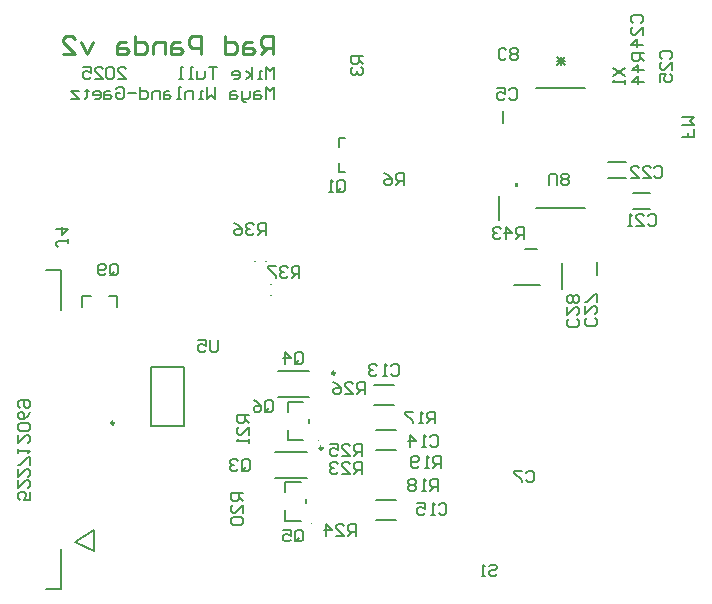
<source format=gbr>
%TF.GenerationSoftware,Altium Limited,Altium Designer,25.7.1 (20)*%
G04 Layer_Color=32896*
%FSLAX45Y45*%
%MOMM*%
%TF.SameCoordinates,C331EA04-0F80-4B25-860E-1567A5D6E8FC*%
%TF.FilePolarity,Positive*%
%TF.FileFunction,Legend,Bot*%
%TF.Part,Single*%
G01*
G75*
%TA.AperFunction,NonConductor*%
%ADD73C,0.25000*%
%ADD74C,0.25400*%
%ADD75C,0.20000*%
%ADD77C,0.15240*%
%ADD78C,0.17000*%
%ADD79C,0.12500*%
%ADD80C,0.12700*%
G36*
X4329738Y3636968D02*
X4304338D01*
Y3598868D01*
X4329738D01*
Y3636968D01*
D02*
G37*
D73*
X2675000Y1390000D02*
G03*
X2675000Y1390000I-12500J0D01*
G01*
X2782500Y2025000D02*
G03*
X2782500Y2025000I-12500J0D01*
G01*
X912190Y1602500D02*
G03*
X912190Y1602500I-12500J0D01*
G01*
D74*
X2254600Y4725400D02*
Y4877751D01*
X2178425D01*
X2153033Y4852359D01*
Y4801575D01*
X2178425Y4776183D01*
X2254600D01*
X2203817D02*
X2153033Y4725400D01*
X2076858Y4826967D02*
X2026074D01*
X2000682Y4801575D01*
Y4725400D01*
X2076858D01*
X2102250Y4750792D01*
X2076858Y4776183D01*
X2000682D01*
X1848332Y4877751D02*
Y4725400D01*
X1924507D01*
X1949899Y4750792D01*
Y4801575D01*
X1924507Y4826967D01*
X1848332D01*
X1645197Y4725400D02*
Y4877751D01*
X1569022D01*
X1543630Y4852359D01*
Y4801575D01*
X1569022Y4776183D01*
X1645197D01*
X1467455Y4826967D02*
X1416671D01*
X1391279Y4801575D01*
Y4725400D01*
X1467455D01*
X1492847Y4750792D01*
X1467455Y4776183D01*
X1391279D01*
X1340496Y4725400D02*
Y4826967D01*
X1264321D01*
X1238929Y4801575D01*
Y4725400D01*
X1086578Y4877751D02*
Y4725400D01*
X1162753D01*
X1188145Y4750792D01*
Y4801575D01*
X1162753Y4826967D01*
X1086578D01*
X1010403D02*
X959619D01*
X934227Y4801575D01*
Y4725400D01*
X1010403D01*
X1035794Y4750792D01*
X1010403Y4776183D01*
X934227D01*
X731093Y4826967D02*
X680310Y4725400D01*
X629526Y4826967D01*
X477175Y4725400D02*
X578742D01*
X477175Y4826967D01*
Y4852359D01*
X502567Y4877751D01*
X553350D01*
X578742Y4852359D01*
D75*
X5002500Y2857500D02*
Y2962500D01*
X4702500Y2740000D02*
Y2960000D01*
X4300533Y2771734D02*
X4520533D01*
X4387500Y3072500D02*
X4492500D01*
X4205418Y4140417D02*
Y4245417D01*
X4170418Y3322311D02*
Y3523524D01*
X5094294Y3674294D02*
X5241541D01*
X5094294Y3811541D02*
X5241541D01*
X2812500Y3725000D02*
X2864735D01*
X2812500Y3936842D02*
Y4015000D01*
Y3725000D02*
Y3803158D01*
Y4015000D02*
X2864735D01*
X2275000Y1360001D02*
X2545000D01*
X2275000Y1140001D02*
X2545000D01*
X2195000Y2972500D02*
Y2977500D01*
X2105000Y2972500D02*
Y2977500D01*
X2237500Y2780000D02*
X2242500D01*
X2237500Y2690000D02*
X2242500D01*
X5304294Y3416794D02*
X5451541D01*
X5304294Y3554041D02*
X5451541D01*
X2295000Y1820000D02*
X2565000D01*
X2295000Y2040000D02*
X2565000D01*
X3125000Y955000D02*
X3295000D01*
X3125000Y785000D02*
X3295000D01*
X3125000Y1375000D02*
X3295000D01*
X3125000Y1545000D02*
X3295000D01*
X3110000Y1925000D02*
X3280000D01*
X3110000Y1755000D02*
X3280000D01*
X940000Y2582500D02*
Y2680000D01*
X640000D02*
X712500D01*
X867500D02*
X940000D01*
X640000Y2582500D02*
Y2680000D01*
X1220233Y1580000D02*
X1499767D01*
Y2080000D01*
X1220233D02*
X1499767D01*
X1220233Y1580000D02*
Y2080000D01*
D77*
X4482138Y3427418D02*
X4898698D01*
X4482138Y4443418D02*
X4898698D01*
X462500Y200003D02*
Y538252D01*
Y2561752D02*
Y2899997D01*
X334250Y200003D02*
X462500D01*
X334250Y2899997D02*
X462500D01*
X582920Y593703D02*
X740400Y517503D01*
X582920Y593703D02*
X740400Y695303D01*
Y517503D02*
Y695303D01*
D78*
X2263000Y4517000D02*
Y4616967D01*
X2229678Y4583645D01*
X2196355Y4616967D01*
Y4517000D01*
X2163033D02*
X2129710D01*
X2146371D01*
Y4583645D01*
X2163033D01*
X2079726Y4517000D02*
Y4616967D01*
Y4550322D02*
X2029742Y4583645D01*
X2079726Y4550322D02*
X2029742Y4517000D01*
X1929774D02*
X1963097D01*
X1979758Y4533661D01*
Y4566983D01*
X1963097Y4583645D01*
X1929774D01*
X1913113Y4566983D01*
Y4550322D01*
X1979758D01*
X1779823Y4616967D02*
X1713178D01*
X1746500D01*
Y4517000D01*
X1679855Y4583645D02*
Y4533661D01*
X1663194Y4517000D01*
X1613210D01*
Y4583645D01*
X1579887Y4517000D02*
X1546565D01*
X1563226D01*
Y4616967D01*
X1579887D01*
X1496581Y4517000D02*
X1463258D01*
X1479919D01*
Y4616967D01*
X1496581D01*
X946758Y4517000D02*
X1013403D01*
X946758Y4583645D01*
Y4600306D01*
X963419Y4616967D01*
X996742D01*
X1013403Y4600306D01*
X913435D02*
X896774Y4616967D01*
X863451D01*
X846790Y4600306D01*
Y4533661D01*
X863451Y4517000D01*
X896774D01*
X913435Y4533661D01*
Y4600306D01*
X746822Y4517000D02*
X813468D01*
X746822Y4583645D01*
Y4600306D01*
X763484Y4616967D01*
X796806D01*
X813468Y4600306D01*
X646855Y4616967D02*
X713500D01*
Y4566983D01*
X680177Y4583645D01*
X663516D01*
X646855Y4566983D01*
Y4533661D01*
X663516Y4517000D01*
X696838D01*
X713500Y4533661D01*
X2263000Y4350322D02*
Y4450290D01*
X2229678Y4416967D01*
X2196355Y4450290D01*
Y4350322D01*
X2146371Y4416967D02*
X2113049D01*
X2096387Y4400306D01*
Y4350322D01*
X2146371D01*
X2163033Y4366984D01*
X2146371Y4383645D01*
X2096387D01*
X2063065Y4416967D02*
Y4366984D01*
X2046403Y4350322D01*
X1996420D01*
Y4333661D01*
X2013081Y4317000D01*
X2029742D01*
X1996420Y4350322D02*
Y4416967D01*
X1946436D02*
X1913113D01*
X1896452Y4400306D01*
Y4350322D01*
X1946436D01*
X1963097Y4366984D01*
X1946436Y4383645D01*
X1896452D01*
X1763161Y4450290D02*
Y4350322D01*
X1729839Y4383645D01*
X1696516Y4350322D01*
Y4450290D01*
X1663194Y4350322D02*
X1629871D01*
X1646532D01*
Y4416967D01*
X1663194D01*
X1579887Y4350322D02*
Y4416967D01*
X1529903D01*
X1513242Y4400306D01*
Y4350322D01*
X1479919D02*
X1446597D01*
X1463258D01*
Y4450290D01*
X1479919D01*
X1379952Y4416967D02*
X1346629D01*
X1329968Y4400306D01*
Y4350322D01*
X1379952D01*
X1396613Y4366984D01*
X1379952Y4383645D01*
X1329968D01*
X1296645Y4350322D02*
Y4416967D01*
X1246661D01*
X1230000Y4400306D01*
Y4350322D01*
X1130032Y4450290D02*
Y4350322D01*
X1180016D01*
X1196677Y4366984D01*
Y4400306D01*
X1180016Y4416967D01*
X1130032D01*
X1096710Y4400306D02*
X1030064D01*
X930097Y4433629D02*
X946758Y4450290D01*
X980080D01*
X996742Y4433629D01*
Y4366984D01*
X980080Y4350322D01*
X946758D01*
X930097Y4366984D01*
Y4400306D01*
X963419D01*
X880113Y4416967D02*
X846790D01*
X830129Y4400306D01*
Y4350322D01*
X880113D01*
X896774Y4366984D01*
X880113Y4383645D01*
X830129D01*
X746822Y4350322D02*
X780145D01*
X796806Y4366984D01*
Y4400306D01*
X780145Y4416967D01*
X746822D01*
X730161Y4400306D01*
Y4383645D01*
X796806D01*
X680177Y4433629D02*
Y4416967D01*
X696838D01*
X663516D01*
X680177D01*
Y4366984D01*
X663516Y4350322D01*
X613532Y4416967D02*
X546887D01*
X613532Y4350322D01*
X546887D01*
X5822484Y4090838D02*
Y4024193D01*
X5772500D01*
Y4057516D01*
Y4024193D01*
X5722516D01*
Y4124161D02*
X5822484D01*
X5789161Y4157484D01*
X5822484Y4190806D01*
X5722516D01*
X4983322Y2493354D02*
X4999984Y2476693D01*
Y2443371D01*
X4983322Y2426709D01*
X4916677D01*
X4900016Y2443371D01*
Y2476693D01*
X4916677Y2493354D01*
X4900016Y2593322D02*
Y2526677D01*
X4966661Y2593322D01*
X4983322D01*
X4999984Y2576661D01*
Y2543339D01*
X4983322Y2526677D01*
X4999984Y2626645D02*
Y2693290D01*
X4983322D01*
X4916677Y2626645D01*
X4900016D01*
X4833323Y2483354D02*
X4849984Y2466693D01*
Y2433371D01*
X4833323Y2416709D01*
X4766678D01*
X4750016Y2433371D01*
Y2466693D01*
X4766678Y2483354D01*
X4750016Y2583322D02*
Y2516677D01*
X4816661Y2583322D01*
X4833323D01*
X4849984Y2566661D01*
Y2533338D01*
X4833323Y2516677D01*
Y2616645D02*
X4849984Y2633306D01*
Y2666629D01*
X4833323Y2683290D01*
X4816661D01*
X4800000Y2666629D01*
X4783339Y2683290D01*
X4766678D01*
X4750016Y2666629D01*
Y2633306D01*
X4766678Y2616645D01*
X4783339D01*
X4800000Y2633306D01*
X4816661Y2616645D01*
X4833323D01*
X4800000Y2633306D02*
Y2666629D01*
X4233340Y4696677D02*
X4216679Y4680016D01*
X4183356D01*
X4166695Y4696677D01*
Y4763322D01*
X4183356Y4779984D01*
X4216679D01*
X4233340Y4763322D01*
X4266663Y4696677D02*
X4283324Y4680016D01*
X4316646D01*
X4333308Y4696677D01*
Y4713339D01*
X4316646Y4730000D01*
X4333308Y4746661D01*
Y4763322D01*
X4316646Y4779984D01*
X4283324D01*
X4266663Y4763322D01*
Y4746661D01*
X4283324Y4730000D01*
X4266663Y4713339D01*
Y4696677D01*
X4283324Y4730000D02*
X4316646D01*
X4592111Y3615433D02*
Y3698740D01*
X4608773Y3715401D01*
X4642095D01*
X4658756Y3698740D01*
Y3615433D01*
X4692079Y3632095D02*
X4708740Y3615433D01*
X4742063D01*
X4758724Y3632095D01*
Y3648756D01*
X4742063Y3665417D01*
X4758724Y3682078D01*
Y3698740D01*
X4742063Y3715401D01*
X4708740D01*
X4692079Y3698740D01*
Y3682078D01*
X4708740Y3665417D01*
X4692079Y3648756D01*
Y3632095D01*
X4708740Y3665417D02*
X4742063D01*
X4725418Y4698724D02*
X4658773Y4632079D01*
X4725418D02*
X4658773Y4698724D01*
X4725418Y4665401D02*
X4658773D01*
X4692095Y4632079D02*
Y4698724D01*
X4396660Y1183323D02*
X4413321Y1199984D01*
X4446644D01*
X4463305Y1183323D01*
Y1116677D01*
X4446644Y1100016D01*
X4413321D01*
X4396660Y1116677D01*
X4363337Y1199984D02*
X4296692D01*
Y1183323D01*
X4363337Y1116677D01*
Y1100016D01*
X5137516Y4606645D02*
X5237484Y4540000D01*
X5137516D02*
X5237484Y4606645D01*
Y4506677D02*
Y4473355D01*
Y4490016D01*
X5137516D01*
X5154177Y4506677D01*
X4256435Y4424166D02*
X4273096Y4440828D01*
X4306419D01*
X4323080Y4424166D01*
Y4357521D01*
X4306419Y4340860D01*
X4273096D01*
X4256435Y4357521D01*
X4156467Y4440828D02*
X4223112D01*
Y4390844D01*
X4189790Y4407505D01*
X4173128D01*
X4156467Y4390844D01*
Y4357521D01*
X4173128Y4340860D01*
X4206451D01*
X4223112Y4357521D01*
X4383290Y3160016D02*
Y3259984D01*
X4333306D01*
X4316645Y3243322D01*
Y3210000D01*
X4333306Y3193339D01*
X4383290D01*
X4349968D02*
X4316645Y3160016D01*
X4233338D02*
Y3259984D01*
X4283322Y3210000D01*
X4216677D01*
X4183355Y3243322D02*
X4166693Y3259984D01*
X4133371D01*
X4116710Y3243322D01*
Y3226661D01*
X4133371Y3210000D01*
X4150032D01*
X4133371D01*
X4116710Y3193339D01*
Y3176677D01*
X4133371Y3160016D01*
X4166693D01*
X4183355Y3176677D01*
X5304177Y4986645D02*
X5287516Y5003306D01*
Y5036629D01*
X5304177Y5053290D01*
X5370822D01*
X5387484Y5036629D01*
Y5003306D01*
X5370822Y4986645D01*
X5387484Y4886677D02*
Y4953322D01*
X5320839Y4886677D01*
X5304177D01*
X5287516Y4903338D01*
Y4936661D01*
X5304177Y4953322D01*
X5387484Y4803371D02*
X5287516D01*
X5337500Y4853355D01*
Y4786710D01*
X5554177Y4689145D02*
X5537516Y4705806D01*
Y4739129D01*
X5554177Y4755790D01*
X5620822D01*
X5637484Y4739129D01*
Y4705806D01*
X5620822Y4689145D01*
X5637484Y4589178D02*
Y4655823D01*
X5570839Y4589178D01*
X5554177D01*
X5537516Y4605839D01*
Y4639161D01*
X5554177Y4655823D01*
X5537516Y4489210D02*
Y4555855D01*
X5587500D01*
X5570839Y4522532D01*
Y4505871D01*
X5587500Y4489210D01*
X5620822D01*
X5637484Y4505871D01*
Y4539193D01*
X5620822Y4555855D01*
X5394984Y4738290D02*
X5295016D01*
Y4688306D01*
X5311677Y4671645D01*
X5345000D01*
X5361661Y4688306D01*
Y4738290D01*
Y4704968D02*
X5394984Y4671645D01*
Y4588339D02*
X5295016D01*
X5345000Y4638322D01*
Y4571677D01*
X5394984Y4488371D02*
X5295016D01*
X5345000Y4538355D01*
Y4471710D01*
X5429984Y3353322D02*
X5446645Y3369984D01*
X5479967D01*
X5496629Y3353322D01*
Y3286677D01*
X5479967Y3270016D01*
X5446645D01*
X5429984Y3286677D01*
X5330016Y3270016D02*
X5396661D01*
X5330016Y3336661D01*
Y3353322D01*
X5346677Y3369984D01*
X5380000D01*
X5396661Y3353322D01*
X5296693Y3270016D02*
X5263371D01*
X5280032D01*
Y3369984D01*
X5296693Y3353322D01*
X3019984Y4713306D02*
X2920016D01*
Y4663322D01*
X2936677Y4646661D01*
X2970000D01*
X2986661Y4663322D01*
Y4713306D01*
Y4679984D02*
X3019984Y4646661D01*
X2936677Y4613338D02*
X2920016Y4596677D01*
Y4563355D01*
X2936677Y4546693D01*
X2953339D01*
X2970000Y4563355D01*
Y4580016D01*
Y4563355D01*
X2986661Y4546693D01*
X3003322D01*
X3019984Y4563355D01*
Y4596677D01*
X3003322Y4613338D01*
X2800000Y3576677D02*
Y3643322D01*
X2816661Y3659984D01*
X2849984D01*
X2866645Y3643322D01*
Y3576677D01*
X2849984Y3560016D01*
X2816661D01*
X2833323Y3593339D02*
X2800000Y3560016D01*
X2816661D02*
X2800000Y3576677D01*
X2766677Y3560016D02*
X2733355D01*
X2750016D01*
Y3659984D01*
X2766677Y3643322D01*
X3363306Y3620016D02*
Y3719984D01*
X3313323D01*
X3296661Y3703323D01*
Y3670000D01*
X3313323Y3653339D01*
X3363306D01*
X3329984D02*
X3296661Y3620016D01*
X3196694Y3719984D02*
X3230016Y3703323D01*
X3263339Y3670000D01*
Y3636678D01*
X3246677Y3620016D01*
X3213355D01*
X3196694Y3636678D01*
Y3653339D01*
X3213355Y3670000D01*
X3263339D01*
X197468Y1016647D02*
Y950002D01*
X147484D01*
X164145Y983324D01*
Y999986D01*
X147484Y1016647D01*
X114161D01*
X97500Y999986D01*
Y966663D01*
X114161Y950002D01*
X97500Y1116614D02*
Y1049969D01*
X164145Y1116614D01*
X180806D01*
X197468Y1099953D01*
Y1066631D01*
X180806Y1049969D01*
X97500Y1216582D02*
Y1149937D01*
X164145Y1216582D01*
X180806D01*
X197468Y1199921D01*
Y1166599D01*
X180806Y1149937D01*
X197468Y1249905D02*
Y1316550D01*
X180806D01*
X114161Y1249905D01*
X97500D01*
Y1349873D02*
Y1383195D01*
Y1366534D01*
X197468D01*
X180806Y1349873D01*
X97500Y1499824D02*
Y1433179D01*
X164145Y1499824D01*
X180806D01*
X197468Y1483163D01*
Y1449841D01*
X180806Y1433179D01*
Y1533147D02*
X197468Y1549808D01*
Y1583131D01*
X180806Y1599792D01*
X114161D01*
X97500Y1583131D01*
Y1549808D01*
X114161Y1533147D01*
X180806D01*
X197468Y1699760D02*
X180806Y1666437D01*
X147484Y1633115D01*
X114161D01*
X97500Y1649776D01*
Y1683099D01*
X114161Y1699760D01*
X130822D01*
X147484Y1683099D01*
Y1633115D01*
X114161Y1733083D02*
X97500Y1749744D01*
Y1783067D01*
X114161Y1799728D01*
X180806D01*
X197468Y1783067D01*
Y1749744D01*
X180806Y1733083D01*
X164145D01*
X147484Y1749744D01*
Y1799728D01*
X5486645Y3763322D02*
X5503306Y3779984D01*
X5536629D01*
X5553290Y3763322D01*
Y3696677D01*
X5536629Y3680016D01*
X5503306D01*
X5486645Y3696677D01*
X5386678Y3680016D02*
X5453323D01*
X5386678Y3746661D01*
Y3763322D01*
X5403339Y3779984D01*
X5436661D01*
X5453323Y3763322D01*
X5286710Y3680016D02*
X5353355D01*
X5286710Y3746661D01*
Y3763322D01*
X5303371Y3779984D01*
X5336693D01*
X5353355Y3763322D01*
X3583315Y1483322D02*
X3599976Y1499984D01*
X3633298D01*
X3649960Y1483322D01*
Y1416677D01*
X3633298Y1400016D01*
X3599976D01*
X3583315Y1416677D01*
X3549992Y1400016D02*
X3516669D01*
X3533330D01*
Y1499984D01*
X3549992Y1483322D01*
X3416702Y1400016D02*
Y1499984D01*
X3466685Y1450000D01*
X3400040D01*
X875695Y2869081D02*
Y2935726D01*
X892356Y2952388D01*
X925679D01*
X942340Y2935726D01*
Y2869081D01*
X925679Y2852420D01*
X892356D01*
X909017Y2885743D02*
X875695Y2852420D01*
X892356D02*
X875695Y2869081D01*
X842372D02*
X825711Y2852420D01*
X792388D01*
X775727Y2869081D01*
Y2935726D01*
X792388Y2952388D01*
X825711D01*
X842372Y2935726D01*
Y2919065D01*
X825711Y2902404D01*
X775727D01*
X1788160Y2307228D02*
Y2223921D01*
X1771499Y2207260D01*
X1738176D01*
X1721515Y2223921D01*
Y2307228D01*
X1621547D02*
X1688192D01*
Y2257244D01*
X1654870Y2273905D01*
X1638208D01*
X1621547Y2257244D01*
Y2223921D01*
X1638208Y2207260D01*
X1671531D01*
X1688192Y2223921D01*
X4088795Y388106D02*
X4105456Y404768D01*
X4138779D01*
X4155440Y388106D01*
Y371445D01*
X4138779Y354784D01*
X4105456D01*
X4088795Y338123D01*
Y321461D01*
X4105456Y304800D01*
X4138779D01*
X4155440Y321461D01*
X4055472Y304800D02*
X4022150D01*
X4038811D01*
Y404768D01*
X4055472Y388106D01*
X2480790Y2832516D02*
Y2932484D01*
X2430806D01*
X2414145Y2915822D01*
Y2882500D01*
X2430806Y2865839D01*
X2480790D01*
X2447468D02*
X2414145Y2832516D01*
X2380823Y2915822D02*
X2364161Y2932484D01*
X2330839D01*
X2314177Y2915822D01*
Y2899161D01*
X2330839Y2882500D01*
X2347500D01*
X2330839D01*
X2314177Y2865839D01*
Y2849177D01*
X2330839Y2832516D01*
X2364161D01*
X2380823Y2849177D01*
X2280855Y2932484D02*
X2214210D01*
Y2915822D01*
X2280855Y2849177D01*
Y2832516D01*
X2197100Y3192780D02*
Y3292748D01*
X2147116D01*
X2130455Y3276086D01*
Y3242764D01*
X2147116Y3226103D01*
X2197100D01*
X2163777D02*
X2130455Y3192780D01*
X2097132Y3276086D02*
X2080471Y3292748D01*
X2047148D01*
X2030487Y3276086D01*
Y3259425D01*
X2047148Y3242764D01*
X2063810D01*
X2047148D01*
X2030487Y3226103D01*
Y3209441D01*
X2047148Y3192780D01*
X2080471D01*
X2097132Y3209441D01*
X1930519Y3292748D02*
X1963842Y3276086D01*
X1997164Y3242764D01*
Y3209441D01*
X1980503Y3192780D01*
X1947181D01*
X1930519Y3209441D01*
Y3226103D01*
X1947181Y3242764D01*
X1997164D01*
X3033290Y1850016D02*
Y1949984D01*
X2983306D01*
X2966645Y1933323D01*
Y1900000D01*
X2983306Y1883339D01*
X3033290D01*
X2999968D02*
X2966645Y1850016D01*
X2866678D02*
X2933323D01*
X2866678Y1916661D01*
Y1933323D01*
X2883339Y1949984D01*
X2916661D01*
X2933323Y1933323D01*
X2766710Y1949984D02*
X2800032Y1933323D01*
X2833355Y1900000D01*
Y1866677D01*
X2816693Y1850016D01*
X2783371D01*
X2766710Y1866677D01*
Y1883339D01*
X2783371Y1900000D01*
X2833355D01*
X3008290Y1325016D02*
Y1424984D01*
X2958307D01*
X2941645Y1408323D01*
Y1375000D01*
X2958307Y1358339D01*
X3008290D01*
X2974968D02*
X2941645Y1325016D01*
X2841678D02*
X2908323D01*
X2841678Y1391661D01*
Y1408323D01*
X2858339Y1424984D01*
X2891661D01*
X2908323Y1408323D01*
X2741710Y1424984D02*
X2808355D01*
Y1375000D01*
X2775032Y1391661D01*
X2758371D01*
X2741710Y1375000D01*
Y1341678D01*
X2758371Y1325016D01*
X2791693D01*
X2808355Y1341678D01*
X2958290Y650016D02*
Y749984D01*
X2908306D01*
X2891645Y733323D01*
Y700000D01*
X2908306Y683339D01*
X2958290D01*
X2924968D02*
X2891645Y650016D01*
X2791677D02*
X2858322D01*
X2791677Y716661D01*
Y733323D01*
X2808339Y749984D01*
X2841661D01*
X2858322Y733323D01*
X2708371Y650016D02*
Y749984D01*
X2758355Y700000D01*
X2691710D01*
X3008290Y1175016D02*
Y1274984D01*
X2958307D01*
X2941645Y1258323D01*
Y1225000D01*
X2958307Y1208339D01*
X3008290D01*
X2974968D02*
X2941645Y1175016D01*
X2841678D02*
X2908323D01*
X2841678Y1241661D01*
Y1258323D01*
X2858339Y1274984D01*
X2891661D01*
X2908323Y1258323D01*
X2808355D02*
X2791693Y1274984D01*
X2758371D01*
X2741710Y1258323D01*
Y1241661D01*
X2758371Y1225000D01*
X2775032D01*
X2758371D01*
X2741710Y1208339D01*
Y1191678D01*
X2758371Y1175016D01*
X2791693D01*
X2808355Y1191678D01*
X2049984Y1666629D02*
X1950016D01*
Y1616645D01*
X1966678Y1599984D01*
X2000000D01*
X2016661Y1616645D01*
Y1666629D01*
Y1633306D02*
X2049984Y1599984D01*
Y1500016D02*
Y1566661D01*
X1983339Y1500016D01*
X1966678D01*
X1950016Y1516677D01*
Y1550000D01*
X1966678Y1566661D01*
X2049984Y1466693D02*
Y1433371D01*
Y1450032D01*
X1950016D01*
X1966678Y1466693D01*
X1999984Y1008291D02*
X1900016D01*
Y958307D01*
X1916677Y941646D01*
X1950000D01*
X1966661Y958307D01*
Y1008291D01*
Y974968D02*
X1999984Y941646D01*
Y841678D02*
Y908323D01*
X1933339Y841678D01*
X1916677D01*
X1900016Y858339D01*
Y891661D01*
X1916677Y908323D01*
Y808355D02*
X1900016Y791694D01*
Y758371D01*
X1916677Y741710D01*
X1983322D01*
X1999984Y758371D01*
Y791694D01*
X1983322Y808355D01*
X1916677D01*
X3674960Y1225016D02*
Y1324984D01*
X3624976D01*
X3608315Y1308323D01*
Y1275000D01*
X3624976Y1258339D01*
X3674960D01*
X3641637D02*
X3608315Y1225016D01*
X3574992D02*
X3541669D01*
X3558330D01*
Y1324984D01*
X3574992Y1308323D01*
X3491685Y1241677D02*
X3475024Y1225016D01*
X3441702D01*
X3425040Y1241677D01*
Y1308323D01*
X3441702Y1324984D01*
X3475024D01*
X3491685Y1308323D01*
Y1291661D01*
X3475024Y1275000D01*
X3425040D01*
X3649960Y1025016D02*
Y1124984D01*
X3599976D01*
X3583315Y1108322D01*
Y1075000D01*
X3599976Y1058338D01*
X3649960D01*
X3616637D02*
X3583315Y1025016D01*
X3549992D02*
X3516669D01*
X3533330D01*
Y1124984D01*
X3549992Y1108322D01*
X3466685D02*
X3450024Y1124984D01*
X3416702D01*
X3400040Y1108322D01*
Y1091661D01*
X3416702Y1075000D01*
X3400040Y1058338D01*
Y1041677D01*
X3416702Y1025016D01*
X3450024D01*
X3466685Y1041677D01*
Y1058338D01*
X3450024Y1075000D01*
X3466685Y1091661D01*
Y1108322D01*
X3450024Y1075000D02*
X3416702D01*
X3624960Y1600016D02*
Y1699984D01*
X3574976D01*
X3558315Y1683323D01*
Y1650000D01*
X3574976Y1633339D01*
X3624960D01*
X3591637D02*
X3558315Y1600016D01*
X3524992D02*
X3491669D01*
X3508331D01*
Y1699984D01*
X3524992Y1683323D01*
X3441686Y1699984D02*
X3375040D01*
Y1683323D01*
X3441686Y1616677D01*
Y1600016D01*
X2191661Y1716678D02*
Y1783323D01*
X2208322Y1799984D01*
X2241645D01*
X2258306Y1783323D01*
Y1716678D01*
X2241645Y1700016D01*
X2208322D01*
X2224984Y1733339D02*
X2191661Y1700016D01*
X2208322D02*
X2191661Y1716678D01*
X2091694Y1799984D02*
X2125016Y1783323D01*
X2158339Y1750000D01*
Y1716678D01*
X2141677Y1700016D01*
X2108355D01*
X2091694Y1716678D01*
Y1733339D01*
X2108355Y1750000D01*
X2158339D01*
X2441661Y616677D02*
Y683322D01*
X2458322Y699984D01*
X2491645D01*
X2508306Y683322D01*
Y616677D01*
X2491645Y600016D01*
X2458322D01*
X2474984Y633339D02*
X2441661Y600016D01*
X2458322D02*
X2441661Y616677D01*
X2341694Y699984D02*
X2408339D01*
Y650000D01*
X2375016Y666661D01*
X2358355D01*
X2341694Y650000D01*
Y616677D01*
X2358355Y600016D01*
X2391677D01*
X2408339Y616677D01*
X2441661Y2116678D02*
Y2183323D01*
X2458322Y2199984D01*
X2491645D01*
X2508306Y2183323D01*
Y2116678D01*
X2491645Y2100016D01*
X2458322D01*
X2474984Y2133339D02*
X2441661Y2100016D01*
X2458322D02*
X2441661Y2116678D01*
X2358355Y2100016D02*
Y2199984D01*
X2408339Y2150000D01*
X2341694D01*
X1991661Y1216678D02*
Y1283323D01*
X2008323Y1299984D01*
X2041645D01*
X2058307Y1283323D01*
Y1216678D01*
X2041645Y1200016D01*
X2008323D01*
X2024984Y1233339D02*
X1991661Y1200016D01*
X2008323D02*
X1991661Y1216678D01*
X1958339Y1283323D02*
X1941677Y1299984D01*
X1908355D01*
X1891694Y1283323D01*
Y1266661D01*
X1908355Y1250000D01*
X1925016D01*
X1908355D01*
X1891694Y1233339D01*
Y1216678D01*
X1908355Y1200016D01*
X1941677D01*
X1958339Y1216678D01*
X522484Y3158340D02*
Y3125017D01*
Y3141679D01*
X439177D01*
X422516Y3125017D01*
Y3108356D01*
X439177Y3091695D01*
X422516Y3241647D02*
X522484D01*
X472500Y3191663D01*
Y3258308D01*
X3658315Y908323D02*
X3674976Y924984D01*
X3708298D01*
X3724960Y908323D01*
Y841678D01*
X3708298Y825016D01*
X3674976D01*
X3658315Y841678D01*
X3624992Y825016D02*
X3591669D01*
X3608330D01*
Y924984D01*
X3624992Y908323D01*
X3475040Y924984D02*
X3541685D01*
Y875000D01*
X3508363Y891661D01*
X3491701D01*
X3475040Y875000D01*
Y841678D01*
X3491701Y825016D01*
X3525024D01*
X3541685Y841678D01*
X3255675Y2087366D02*
X3272336Y2104028D01*
X3305659D01*
X3322320Y2087366D01*
Y2020721D01*
X3305659Y2004060D01*
X3272336D01*
X3255675Y2020721D01*
X3222352Y2004060D02*
X3189030D01*
X3205691D01*
Y2104028D01*
X3222352Y2087366D01*
X3139046D02*
X3122384Y2104028D01*
X3089062D01*
X3072401Y2087366D01*
Y2070705D01*
X3089062Y2054044D01*
X3105723D01*
X3089062D01*
X3072401Y2037383D01*
Y2020721D01*
X3089062Y2004060D01*
X3122384D01*
X3139046Y2020721D01*
D79*
X2581250Y750000D02*
G03*
X2581250Y750000I-6250J0D01*
G01*
X2643750Y1452500D02*
G03*
X2643750Y1452500I-6250J0D01*
G01*
D80*
X2540001Y922501D02*
Y957501D01*
X2360000Y777501D02*
X2492500D01*
X2360000Y1017501D02*
Y1102501D01*
Y777501D02*
Y862501D01*
Y1102501D02*
X2492500D01*
X2560000Y1602500D02*
Y1637500D01*
X2380000Y1457500D02*
X2512500D01*
X2380000Y1697500D02*
Y1782500D01*
Y1457500D02*
Y1542500D01*
Y1782500D02*
X2512500D01*
%TF.MD5,4bd1437bba15d0bd824532029bc57c98*%
M02*

</source>
